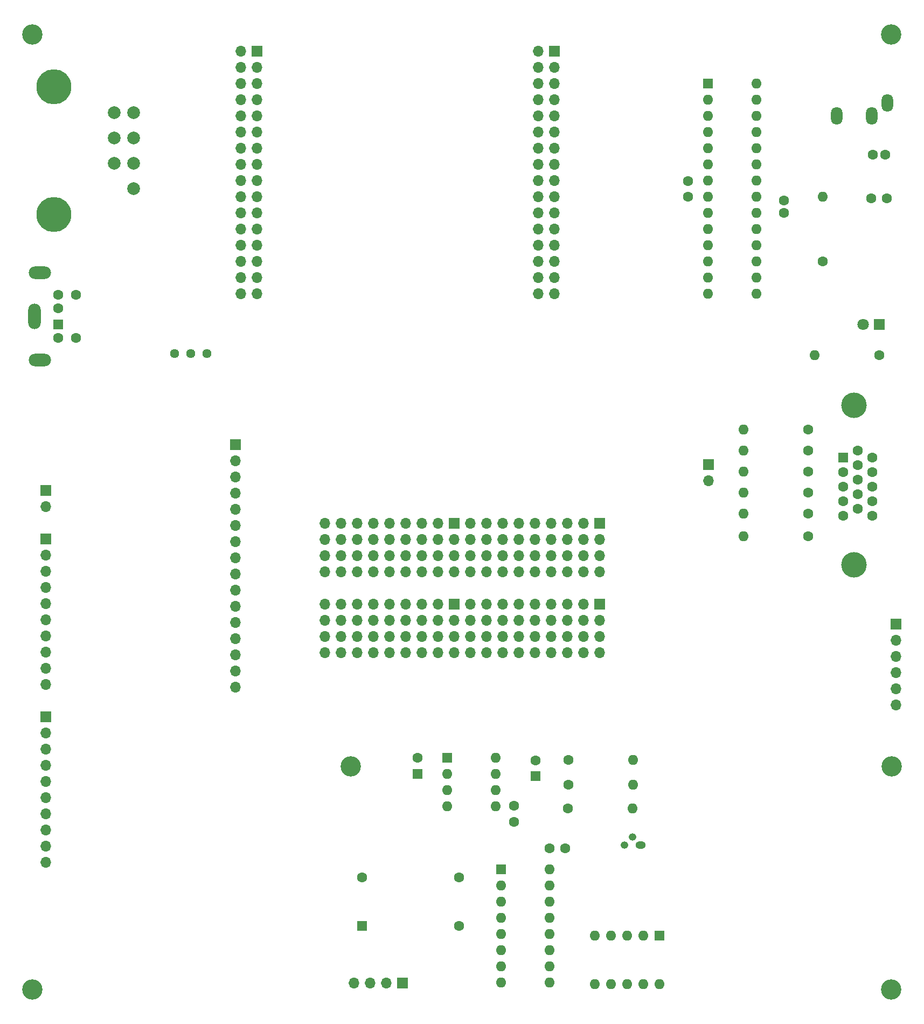
<source format=gbr>
%TF.GenerationSoftware,KiCad,Pcbnew,(6.0.0-rc2-14-ga17a58203b)*%
%TF.CreationDate,2022-06-07T21:36:17+08:00*%
%TF.ProjectId,DaughterDevBoard,44617567-6874-4657-9244-6576426f6172,rev?*%
%TF.SameCoordinates,Original*%
%TF.FileFunction,Soldermask,Top*%
%TF.FilePolarity,Negative*%
%FSLAX46Y46*%
G04 Gerber Fmt 4.6, Leading zero omitted, Abs format (unit mm)*
G04 Created by KiCad (PCBNEW (6.0.0-rc2-14-ga17a58203b)) date 2022-06-07 21:36:17*
%MOMM*%
%LPD*%
G01*
G04 APERTURE LIST*
%ADD10C,5.500000*%
%ADD11C,2.000000*%
%ADD12R,1.600000X1.600000*%
%ADD13O,1.600000X1.600000*%
%ADD14C,3.200000*%
%ADD15R,1.700000X1.700000*%
%ADD16O,1.700000X1.700000*%
%ADD17C,1.440000*%
%ADD18C,1.600000*%
%ADD19O,3.500000X2.000000*%
%ADD20O,2.000000X4.000000*%
%ADD21O,1.600000X1.200000*%
%ADD22O,1.200000X1.200000*%
%ADD23O,1.800000X2.800000*%
%ADD24C,4.000000*%
%ADD25R,1.800000X1.800000*%
%ADD26C,1.800000*%
G04 APERTURE END LIST*
D10*
%TO.C,J7*%
X33900000Y-38600000D03*
X33900000Y-58600000D03*
D11*
X46400000Y-54600000D03*
X46400000Y-50600000D03*
X46400000Y-46600000D03*
X46400000Y-42600000D03*
X43400000Y-42600000D03*
X43400000Y-46600000D03*
X43400000Y-50600000D03*
%TD*%
D12*
%TO.C,U1*%
X104140000Y-161544000D03*
D13*
X104140000Y-164084000D03*
X104140000Y-166624000D03*
X104140000Y-169164000D03*
X104140000Y-171704000D03*
X104140000Y-174244000D03*
X104140000Y-176784000D03*
X104140000Y-179324000D03*
X111760000Y-179324000D03*
X111760000Y-176784000D03*
X111760000Y-174244000D03*
X111760000Y-171704000D03*
X111760000Y-169164000D03*
X111760000Y-166624000D03*
X111760000Y-164084000D03*
X111760000Y-161544000D03*
%TD*%
D14*
%TO.C,H4*%
X165492157Y-180376000D03*
%TD*%
D15*
%TO.C,J9*%
X62467917Y-94795116D03*
D16*
X62467917Y-97335116D03*
X62467917Y-99875116D03*
X62467917Y-102415116D03*
X62467917Y-104955116D03*
X62467917Y-107495116D03*
X62467917Y-110035116D03*
X62467917Y-112575116D03*
X62467917Y-115115116D03*
X62467917Y-117655116D03*
X62467917Y-120195116D03*
X62467917Y-122735116D03*
X62467917Y-125275116D03*
X62467917Y-127815116D03*
X62467917Y-130355116D03*
X62467917Y-132895116D03*
%TD*%
D14*
%TO.C,H2*%
X30492157Y-30376000D03*
%TD*%
D17*
%TO.C,RV1*%
X57912000Y-80488117D03*
X55372000Y-80488117D03*
X52832000Y-80488117D03*
%TD*%
D14*
%TO.C,H1*%
X165492157Y-30376000D03*
%TD*%
D15*
%TO.C,J15*%
X96780000Y-119890000D03*
D16*
X94240000Y-119890000D03*
X91700000Y-119890000D03*
X89160000Y-119890000D03*
X86620000Y-119890000D03*
X84080000Y-119890000D03*
X81540000Y-119890000D03*
X79000000Y-119890000D03*
X76460000Y-119890000D03*
X96780000Y-122430000D03*
X94240000Y-122430000D03*
X91700000Y-122430000D03*
X89160000Y-122430000D03*
X86620000Y-122430000D03*
X84080000Y-122430000D03*
X81540000Y-122430000D03*
X79000000Y-122430000D03*
X76460000Y-122430000D03*
X76460000Y-124970000D03*
X79000000Y-124970000D03*
X81540000Y-124970000D03*
X84080000Y-124970000D03*
X86620000Y-124970000D03*
X89160000Y-124970000D03*
X91700000Y-124970000D03*
X94240000Y-124970000D03*
X96780000Y-124970000D03*
X76460000Y-127510000D03*
X79000000Y-127510000D03*
X81540000Y-127510000D03*
X84080000Y-127510000D03*
X86620000Y-127510000D03*
X89160000Y-127510000D03*
X91700000Y-127510000D03*
X94240000Y-127510000D03*
X96780000Y-127510000D03*
%TD*%
D12*
%TO.C,U5*%
X95707200Y-143967200D03*
D13*
X95707200Y-146507200D03*
X95707200Y-149047200D03*
X95707200Y-151587200D03*
X103327200Y-151587200D03*
X103327200Y-149047200D03*
X103327200Y-146507200D03*
X103327200Y-143967200D03*
%TD*%
D18*
%TO.C,R5*%
X152400000Y-102362000D03*
D13*
X142240000Y-102362000D03*
%TD*%
D12*
%TO.C,U2*%
X136652000Y-38100000D03*
D13*
X136652000Y-40640000D03*
X136652000Y-43180000D03*
X136652000Y-45720000D03*
X136652000Y-48260000D03*
X136652000Y-50800000D03*
X136652000Y-53340000D03*
X136652000Y-55880000D03*
X136652000Y-58420000D03*
X136652000Y-60960000D03*
X136652000Y-63500000D03*
X136652000Y-66040000D03*
X136652000Y-68580000D03*
X136652000Y-71120000D03*
X144272000Y-71120000D03*
X144272000Y-68580000D03*
X144272000Y-66040000D03*
X144272000Y-63500000D03*
X144272000Y-60960000D03*
X144272000Y-58420000D03*
X144272000Y-55880000D03*
X144272000Y-53340000D03*
X144272000Y-50800000D03*
X144272000Y-48260000D03*
X144272000Y-45720000D03*
X144272000Y-43180000D03*
X144272000Y-40640000D03*
X144272000Y-38100000D03*
%TD*%
D18*
%TO.C,R3*%
X152400000Y-109220000D03*
D13*
X142240000Y-109220000D03*
%TD*%
D18*
%TO.C,R2*%
X154686000Y-66040000D03*
D13*
X154686000Y-55880000D03*
%TD*%
%TO.C,R10*%
X124866400Y-151942800D03*
D18*
X114706400Y-151942800D03*
%TD*%
%TO.C,C4*%
X162306000Y-56134000D03*
X164806000Y-56134000D03*
%TD*%
%TO.C,C19*%
X106222800Y-151556400D03*
X106222800Y-154056400D03*
%TD*%
%TO.C,C1*%
X111760000Y-158242000D03*
X114260000Y-158242000D03*
%TD*%
%TO.C,R11*%
X114757200Y-144322800D03*
D13*
X124917200Y-144322800D03*
%TD*%
D18*
%TO.C,R4*%
X152400000Y-105664000D03*
D13*
X142240000Y-105664000D03*
%TD*%
D12*
%TO.C,C20*%
X109626400Y-146899513D03*
D18*
X109626400Y-144399513D03*
%TD*%
%TO.C,R9*%
X114757200Y-148183600D03*
D13*
X124917200Y-148183600D03*
%TD*%
D14*
%TO.C,H5*%
X165592157Y-145376000D03*
%TD*%
D12*
%TO.C,J1*%
X34544000Y-75946000D03*
D18*
X34544000Y-73346000D03*
X34544000Y-78046000D03*
X34544000Y-71246000D03*
X37344000Y-78046000D03*
X37344000Y-71246000D03*
D19*
X31694000Y-81496000D03*
X31694000Y-67796000D03*
D20*
X30894000Y-74646000D03*
%TD*%
D14*
%TO.C,H3*%
X30492157Y-180376000D03*
%TD*%
D21*
%TO.C,Q1*%
X126136400Y-157734000D03*
D22*
X124866400Y-156464000D03*
X123596400Y-157734000D03*
%TD*%
D23*
%TO.C,J12*%
X156946000Y-43148000D03*
X164846000Y-41148000D03*
X162446000Y-43148000D03*
%TD*%
D12*
%TO.C,J11*%
X129032000Y-171958000D03*
D13*
X126492000Y-171958000D03*
X123952000Y-171958000D03*
X121412000Y-171958000D03*
X118872000Y-171958000D03*
X118872000Y-179578000D03*
X121412000Y-179578000D03*
X123952000Y-179578000D03*
X126492000Y-179578000D03*
X129032000Y-179578000D03*
%TD*%
D15*
%TO.C,J8*%
X136804400Y-97891600D03*
D16*
X136804400Y-100431600D03*
%TD*%
D14*
%TO.C,H6*%
X80592157Y-145376000D03*
%TD*%
D18*
%TO.C,C3*%
X133586622Y-53382146D03*
X133586622Y-55882146D03*
%TD*%
D15*
%TO.C,J13*%
X119640000Y-107190000D03*
D16*
X117100000Y-107190000D03*
X114560000Y-107190000D03*
X112020000Y-107190000D03*
X109480000Y-107190000D03*
X106940000Y-107190000D03*
X104400000Y-107190000D03*
X101860000Y-107190000D03*
X99320000Y-107190000D03*
X119640000Y-109730000D03*
X117100000Y-109730000D03*
X114560000Y-109730000D03*
X112020000Y-109730000D03*
X109480000Y-109730000D03*
X106940000Y-109730000D03*
X104400000Y-109730000D03*
X101860000Y-109730000D03*
X99320000Y-109730000D03*
X99320000Y-112270000D03*
X101860000Y-112270000D03*
X104400000Y-112270000D03*
X106940000Y-112270000D03*
X109480000Y-112270000D03*
X112020000Y-112270000D03*
X114560000Y-112270000D03*
X117100000Y-112270000D03*
X119640000Y-112270000D03*
X99320000Y-114810000D03*
X101860000Y-114810000D03*
X104400000Y-114810000D03*
X106940000Y-114810000D03*
X109480000Y-114810000D03*
X112020000Y-114810000D03*
X114560000Y-114810000D03*
X117100000Y-114810000D03*
X119640000Y-114810000D03*
%TD*%
D24*
%TO.C,J17*%
X159640000Y-88646000D03*
X159640000Y-113646000D03*
D12*
X157920000Y-96831000D03*
D18*
X157920000Y-99121000D03*
X157920000Y-101411000D03*
X157920000Y-103701000D03*
X157920000Y-105991000D03*
X160200000Y-95686000D03*
X160200000Y-97976000D03*
X160200000Y-100266000D03*
X160200000Y-102556000D03*
X160200000Y-104846000D03*
X162520000Y-96831000D03*
X162520000Y-99121000D03*
X162520000Y-101411000D03*
X162520000Y-103701000D03*
X162520000Y-105991000D03*
%TD*%
D15*
%TO.C,J14*%
X96780000Y-107190000D03*
D16*
X94240000Y-107190000D03*
X91700000Y-107190000D03*
X89160000Y-107190000D03*
X86620000Y-107190000D03*
X84080000Y-107190000D03*
X81540000Y-107190000D03*
X79000000Y-107190000D03*
X76460000Y-107190000D03*
X96780000Y-109730000D03*
X94240000Y-109730000D03*
X91700000Y-109730000D03*
X89160000Y-109730000D03*
X86620000Y-109730000D03*
X84080000Y-109730000D03*
X81540000Y-109730000D03*
X79000000Y-109730000D03*
X76460000Y-109730000D03*
X76460000Y-112270000D03*
X79000000Y-112270000D03*
X81540000Y-112270000D03*
X84080000Y-112270000D03*
X86620000Y-112270000D03*
X89160000Y-112270000D03*
X91700000Y-112270000D03*
X94240000Y-112270000D03*
X96780000Y-112270000D03*
X76460000Y-114810000D03*
X79000000Y-114810000D03*
X81540000Y-114810000D03*
X84080000Y-114810000D03*
X86620000Y-114810000D03*
X89160000Y-114810000D03*
X91700000Y-114810000D03*
X94240000Y-114810000D03*
X96780000Y-114810000D03*
%TD*%
D12*
%TO.C,X1*%
X82296000Y-170434000D03*
D18*
X97536000Y-170434000D03*
X97536000Y-162814000D03*
X82296000Y-162814000D03*
%TD*%
D15*
%TO.C,J16*%
X119640000Y-119890000D03*
D16*
X117100000Y-119890000D03*
X114560000Y-119890000D03*
X112020000Y-119890000D03*
X109480000Y-119890000D03*
X106940000Y-119890000D03*
X104400000Y-119890000D03*
X101860000Y-119890000D03*
X99320000Y-119890000D03*
X119640000Y-122430000D03*
X117100000Y-122430000D03*
X114560000Y-122430000D03*
X112020000Y-122430000D03*
X109480000Y-122430000D03*
X106940000Y-122430000D03*
X104400000Y-122430000D03*
X101860000Y-122430000D03*
X99320000Y-122430000D03*
X99320000Y-124970000D03*
X101860000Y-124970000D03*
X104400000Y-124970000D03*
X106940000Y-124970000D03*
X109480000Y-124970000D03*
X112020000Y-124970000D03*
X114560000Y-124970000D03*
X117100000Y-124970000D03*
X119640000Y-124970000D03*
X99320000Y-127510000D03*
X101860000Y-127510000D03*
X104400000Y-127510000D03*
X106940000Y-127510000D03*
X109480000Y-127510000D03*
X112020000Y-127510000D03*
X114560000Y-127510000D03*
X117100000Y-127510000D03*
X119640000Y-127510000D03*
%TD*%
D18*
%TO.C,R8*%
X152400000Y-92456000D03*
D13*
X142240000Y-92456000D03*
%TD*%
D18*
%TO.C,R1*%
X163576000Y-80772000D03*
D13*
X153416000Y-80772000D03*
%TD*%
D18*
%TO.C,R7*%
X152400000Y-95758000D03*
D13*
X142240000Y-95758000D03*
%TD*%
D18*
%TO.C,C2*%
X148590000Y-58420000D03*
X148590000Y-56420000D03*
%TD*%
D12*
%TO.C,C18*%
X91033600Y-146493112D03*
D18*
X91033600Y-143993112D03*
%TD*%
D15*
%TO.C,J18*%
X166268400Y-122986800D03*
D16*
X166268400Y-125526800D03*
X166268400Y-128066800D03*
X166268400Y-130606800D03*
X166268400Y-133146800D03*
X166268400Y-135686800D03*
%TD*%
D25*
%TO.C,D1*%
X163576000Y-75946000D03*
D26*
X161036000Y-75946000D03*
%TD*%
D18*
%TO.C,C5*%
X162560000Y-49276000D03*
X164560000Y-49276000D03*
%TD*%
%TO.C,R6*%
X152400000Y-99060000D03*
D13*
X142240000Y-99060000D03*
%TD*%
D15*
%TO.C,J3*%
X112522000Y-33020000D03*
D16*
X112522000Y-35560000D03*
X112522000Y-38100000D03*
X112522000Y-40640000D03*
X112522000Y-43180000D03*
X112522000Y-45720000D03*
X112522000Y-48260000D03*
X112522000Y-50800000D03*
X112522000Y-53340000D03*
X112522000Y-55880000D03*
X112522000Y-58420000D03*
X112522000Y-60960000D03*
X112522000Y-63500000D03*
X112522000Y-66040000D03*
X112522000Y-68580000D03*
X112522000Y-71120000D03*
X109982000Y-33020000D03*
X109982000Y-35560000D03*
X109982000Y-38100000D03*
X109982000Y-40640000D03*
X109982000Y-43180000D03*
X109982000Y-45720000D03*
X109982000Y-48260000D03*
X109982000Y-50800000D03*
X109982000Y-53340000D03*
X109982000Y-55880000D03*
X109982000Y-58420000D03*
X109982000Y-60960000D03*
X109982000Y-63500000D03*
X109982000Y-66040000D03*
X109982000Y-68580000D03*
X109982000Y-71120000D03*
%TD*%
D15*
%TO.C,J5*%
X32600000Y-137536000D03*
D16*
X32600000Y-140076000D03*
X32600000Y-142616000D03*
X32600000Y-145156000D03*
X32600000Y-147696000D03*
X32600000Y-150236000D03*
X32600000Y-152776000D03*
X32600000Y-155316000D03*
X32600000Y-157856000D03*
X32600000Y-160396000D03*
%TD*%
D15*
%TO.C,J2*%
X32649999Y-109600000D03*
D16*
X32649999Y-112140000D03*
X32649999Y-114680000D03*
X32649999Y-117220000D03*
X32649999Y-119760000D03*
X32649999Y-122300000D03*
X32649999Y-124840000D03*
X32649999Y-127380000D03*
X32649999Y-129920000D03*
X32649999Y-132460000D03*
%TD*%
D15*
%TO.C,J4*%
X65786000Y-33020000D03*
D16*
X65786000Y-35560000D03*
X65786000Y-38100000D03*
X65786000Y-40640000D03*
X65786000Y-43180000D03*
X65786000Y-45720000D03*
X65786000Y-48260000D03*
X65786000Y-50800000D03*
X65786000Y-53340000D03*
X65786000Y-55880000D03*
X65786000Y-58420000D03*
X65786000Y-60960000D03*
X65786000Y-63500000D03*
X65786000Y-66040000D03*
X65786000Y-68580000D03*
X65786000Y-71120000D03*
X63246000Y-33020000D03*
X63246000Y-35560000D03*
X63246000Y-38100000D03*
X63246000Y-40640000D03*
X63246000Y-43180000D03*
X63246000Y-45720000D03*
X63246000Y-48260000D03*
X63246000Y-50800000D03*
X63246000Y-53340000D03*
X63246000Y-55880000D03*
X63246000Y-58420000D03*
X63246000Y-60960000D03*
X63246000Y-63500000D03*
X63246000Y-66040000D03*
X63246000Y-68580000D03*
X63246000Y-71120000D03*
%TD*%
D15*
%TO.C,J6*%
X88700000Y-179400000D03*
D16*
X86160000Y-179400000D03*
X83620000Y-179400000D03*
X81080000Y-179400000D03*
%TD*%
D15*
%TO.C,J10*%
X32601000Y-101976000D03*
D16*
X32601000Y-104516000D03*
%TD*%
M02*

</source>
